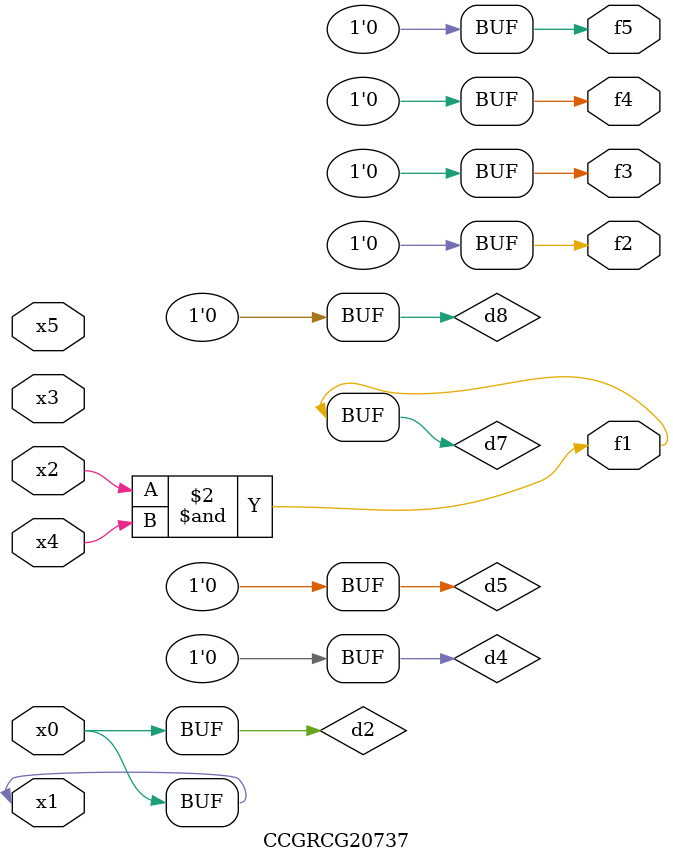
<source format=v>
module CCGRCG20737(
	input x0, x1, x2, x3, x4, x5,
	output f1, f2, f3, f4, f5
);

	wire d1, d2, d3, d4, d5, d6, d7, d8, d9;

	nand (d1, x1);
	buf (d2, x0, x1);
	nand (d3, x2, x4);
	and (d4, d1, d2);
	and (d5, d1, d2);
	nand (d6, d1, d3);
	not (d7, d3);
	xor (d8, d5);
	nor (d9, d5, d6);
	assign f1 = d7;
	assign f2 = d8;
	assign f3 = d8;
	assign f4 = d8;
	assign f5 = d8;
endmodule

</source>
